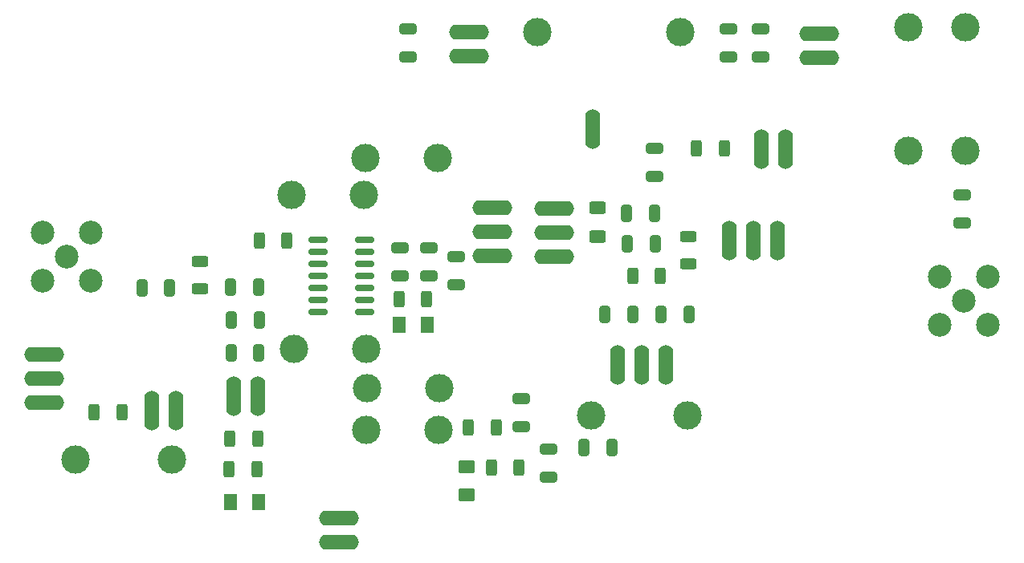
<source format=gbr>
%TF.GenerationSoftware,KiCad,Pcbnew,(6.0.7)*%
%TF.CreationDate,2023-02-12T14:45:51-05:00*%
%TF.ProjectId,Genesis_PA_Testing_v1,47656e65-7369-4735-9f50-415f54657374,rev?*%
%TF.SameCoordinates,Original*%
%TF.FileFunction,Soldermask,Top*%
%TF.FilePolarity,Negative*%
%FSLAX46Y46*%
G04 Gerber Fmt 4.6, Leading zero omitted, Abs format (unit mm)*
G04 Created by KiCad (PCBNEW (6.0.7)) date 2023-02-12 14:45:51*
%MOMM*%
%LPD*%
G01*
G04 APERTURE LIST*
G04 Aperture macros list*
%AMRoundRect*
0 Rectangle with rounded corners*
0 $1 Rounding radius*
0 $2 $3 $4 $5 $6 $7 $8 $9 X,Y pos of 4 corners*
0 Add a 4 corners polygon primitive as box body*
4,1,4,$2,$3,$4,$5,$6,$7,$8,$9,$2,$3,0*
0 Add four circle primitives for the rounded corners*
1,1,$1+$1,$2,$3*
1,1,$1+$1,$4,$5*
1,1,$1+$1,$6,$7*
1,1,$1+$1,$8,$9*
0 Add four rect primitives between the rounded corners*
20,1,$1+$1,$2,$3,$4,$5,0*
20,1,$1+$1,$4,$5,$6,$7,0*
20,1,$1+$1,$6,$7,$8,$9,0*
20,1,$1+$1,$8,$9,$2,$3,0*%
G04 Aperture macros list end*
%ADD10C,3.000000*%
%ADD11RoundRect,0.250000X0.625000X-0.400000X0.625000X0.400000X-0.625000X0.400000X-0.625000X-0.400000X0*%
%ADD12RoundRect,0.250000X0.312500X0.625000X-0.312500X0.625000X-0.312500X-0.625000X0.312500X-0.625000X0*%
%ADD13O,4.200000X1.600000*%
%ADD14RoundRect,0.250000X-0.325000X-0.650000X0.325000X-0.650000X0.325000X0.650000X-0.325000X0.650000X0*%
%ADD15RoundRect,0.250000X0.325000X0.650000X-0.325000X0.650000X-0.325000X-0.650000X0.325000X-0.650000X0*%
%ADD16RoundRect,0.250000X0.650000X-0.325000X0.650000X0.325000X-0.650000X0.325000X-0.650000X-0.325000X0*%
%ADD17C,2.500000*%
%ADD18O,1.600000X4.200000*%
%ADD19RoundRect,0.250000X-0.625000X0.312500X-0.625000X-0.312500X0.625000X-0.312500X0.625000X0.312500X0*%
%ADD20RoundRect,0.250000X-0.312500X-0.625000X0.312500X-0.625000X0.312500X0.625000X-0.312500X0.625000X0*%
%ADD21RoundRect,0.250001X0.462499X0.624999X-0.462499X0.624999X-0.462499X-0.624999X0.462499X-0.624999X0*%
%ADD22RoundRect,0.250001X-0.462499X-0.624999X0.462499X-0.624999X0.462499X0.624999X-0.462499X0.624999X0*%
%ADD23RoundRect,0.250000X-0.650000X0.325000X-0.650000X-0.325000X0.650000X-0.325000X0.650000X0.325000X0*%
%ADD24RoundRect,0.150000X-0.825000X-0.150000X0.825000X-0.150000X0.825000X0.150000X-0.825000X0.150000X0*%
%ADD25RoundRect,0.250001X-0.624999X0.462499X-0.624999X-0.462499X0.624999X-0.462499X0.624999X0.462499X0*%
G04 APERTURE END LIST*
D10*
%TO.C,R17*%
X115824000Y-129413000D03*
X123444000Y-129413000D03*
%TD*%
%TO.C,R14*%
X115633500Y-105092500D03*
X123253500Y-105092500D03*
%TD*%
D11*
%TO.C,R9*%
X140081000Y-113437000D03*
X140081000Y-110337000D03*
%TD*%
D10*
%TO.C,R8*%
X107886500Y-109029500D03*
X115506500Y-109029500D03*
%TD*%
%TO.C,R12*%
X108077000Y-125285500D03*
X115697000Y-125285500D03*
%TD*%
%TO.C,R11*%
X123317000Y-133794500D03*
X115697000Y-133794500D03*
%TD*%
D12*
%TO.C,R16*%
X122112500Y-120015000D03*
X119187500Y-120015000D03*
%TD*%
%TO.C,R10*%
X129415000Y-133604000D03*
X126490000Y-133604000D03*
%TD*%
D13*
%TO.C,C23*%
X112839500Y-145667613D03*
X112839500Y-143167613D03*
%TD*%
D10*
%TO.C,L1*%
X133787500Y-91821000D03*
X148787500Y-91821000D03*
%TD*%
D14*
%TO.C,C14*%
X92060500Y-118872000D03*
X95010500Y-118872000D03*
%TD*%
D15*
%TO.C,C7*%
X143842000Y-121602500D03*
X140892000Y-121602500D03*
%TD*%
D16*
%TO.C,C21*%
X122301000Y-117553000D03*
X122301000Y-114603000D03*
%TD*%
D10*
%TO.C,T1*%
X172895000Y-91353500D03*
X172895000Y-104353500D03*
X178895000Y-91353500D03*
X178895000Y-104353500D03*
%TD*%
D17*
%TO.C,J5*%
X84137500Y-115570000D03*
X81597500Y-118110000D03*
X86677500Y-113030000D03*
X86677500Y-118110000D03*
X81597500Y-113030000D03*
%TD*%
D18*
%TO.C,RV1*%
X147266500Y-126936500D03*
X144726500Y-126936500D03*
X142186500Y-126936500D03*
%TD*%
D19*
%TO.C,R6*%
X98171000Y-116012500D03*
X98171000Y-118937500D03*
%TD*%
D12*
%TO.C,R13*%
X104269000Y-134747000D03*
X101344000Y-134747000D03*
%TD*%
D16*
%TO.C,C22*%
X119316500Y-117553000D03*
X119316500Y-114603000D03*
%TD*%
%TO.C,C17*%
X132080000Y-133491500D03*
X132080000Y-130541500D03*
%TD*%
D14*
%TO.C,C15*%
X101395000Y-118745000D03*
X104345000Y-118745000D03*
%TD*%
D20*
%TO.C,R7*%
X104455500Y-113855500D03*
X107380500Y-113855500D03*
%TD*%
D14*
%TO.C,C11*%
X138669500Y-135699500D03*
X141619500Y-135699500D03*
%TD*%
D18*
%TO.C,J2*%
X159956500Y-104203500D03*
X157416500Y-104203500D03*
%TD*%
D20*
%TO.C,R4*%
X128903000Y-137795000D03*
X131828000Y-137795000D03*
%TD*%
D12*
%TO.C,R3*%
X153483500Y-104140000D03*
X150558500Y-104140000D03*
%TD*%
D21*
%TO.C,L4*%
X122201000Y-122745500D03*
X119226000Y-122745500D03*
%TD*%
D20*
%TO.C,R15*%
X101280500Y-137985500D03*
X104205500Y-137985500D03*
%TD*%
D18*
%TO.C,D2*%
X93086000Y-131826000D03*
X95626000Y-131826000D03*
%TD*%
D22*
%TO.C,L3*%
X101382500Y-141414500D03*
X104357500Y-141414500D03*
%TD*%
D23*
%TO.C,C16*%
X125222000Y-115555500D03*
X125222000Y-118505500D03*
%TD*%
D18*
%TO.C,C20*%
X104265613Y-130302000D03*
X101765613Y-130302000D03*
%TD*%
D10*
%TO.C,D3*%
X95250000Y-136969500D03*
X85090000Y-136969500D03*
%TD*%
D24*
%TO.C,U1*%
X115568500Y-113792000D03*
X115568500Y-115062000D03*
X115568500Y-116332000D03*
X115568500Y-117602000D03*
X115568500Y-118872000D03*
X115568500Y-120142000D03*
X115568500Y-121412000D03*
X110618500Y-121412000D03*
X110618500Y-120142000D03*
X110618500Y-118872000D03*
X110618500Y-117602000D03*
X110618500Y-116332000D03*
X110618500Y-115062000D03*
X110618500Y-113792000D03*
%TD*%
D17*
%TO.C,J3*%
X178752500Y-120205500D03*
X176212500Y-117665500D03*
X181292500Y-122745500D03*
X181292500Y-117665500D03*
X176212500Y-122745500D03*
%TD*%
D23*
%TO.C,C6*%
X146113500Y-104125500D03*
X146113500Y-107075500D03*
%TD*%
D18*
%TO.C,Q1*%
X153987500Y-113855500D03*
X156527500Y-113855500D03*
X159067500Y-113855500D03*
%TD*%
D15*
%TO.C,C18*%
X104408500Y-125666500D03*
X101458500Y-125666500D03*
%TD*%
%TO.C,C19*%
X104472000Y-122237500D03*
X101522000Y-122237500D03*
%TD*%
D10*
%TO.C,D1*%
X139446000Y-132334000D03*
X149606000Y-132334000D03*
%TD*%
D18*
%TO.C,J1*%
X139573000Y-102044500D03*
%TD*%
D23*
%TO.C,C4*%
X120142000Y-91489000D03*
X120142000Y-94439000D03*
%TD*%
D13*
%TO.C,C1*%
X126555500Y-91874849D03*
X126555500Y-94374849D03*
%TD*%
D20*
%TO.C,R1*%
X143825500Y-117538500D03*
X146750500Y-117538500D03*
%TD*%
D23*
%TO.C,C9*%
X157289500Y-91489000D03*
X157289500Y-94439000D03*
%TD*%
D25*
%TO.C,L2*%
X126301500Y-137704500D03*
X126301500Y-140679500D03*
%TD*%
D13*
%TO.C,C10*%
X163449000Y-92001849D03*
X163449000Y-94501849D03*
%TD*%
D12*
%TO.C,R5*%
X89981500Y-131953000D03*
X87056500Y-131953000D03*
%TD*%
D19*
%TO.C,R2*%
X149669500Y-113409000D03*
X149669500Y-116334000D03*
%TD*%
D23*
%TO.C,C8*%
X134937500Y-135875500D03*
X134937500Y-138825500D03*
%TD*%
%TO.C,C12*%
X178562000Y-109015000D03*
X178562000Y-111965000D03*
%TD*%
D13*
%TO.C,J4*%
X81788000Y-125872000D03*
X81788000Y-128412000D03*
X81788000Y-130952000D03*
%TD*%
D15*
%TO.C,C2*%
X146128000Y-110998000D03*
X143178000Y-110998000D03*
%TD*%
D13*
%TO.C,J6*%
X129032000Y-110363000D03*
X129032000Y-112903000D03*
X129032000Y-115443000D03*
%TD*%
D15*
%TO.C,C3*%
X146191500Y-114173000D03*
X143241500Y-114173000D03*
%TD*%
D13*
%TO.C,J7*%
X135509000Y-115555000D03*
X135509000Y-113015000D03*
X135509000Y-110475000D03*
%TD*%
D23*
%TO.C,C13*%
X153924000Y-91489000D03*
X153924000Y-94439000D03*
%TD*%
D14*
%TO.C,C5*%
X146797500Y-121666000D03*
X149747500Y-121666000D03*
%TD*%
M02*

</source>
